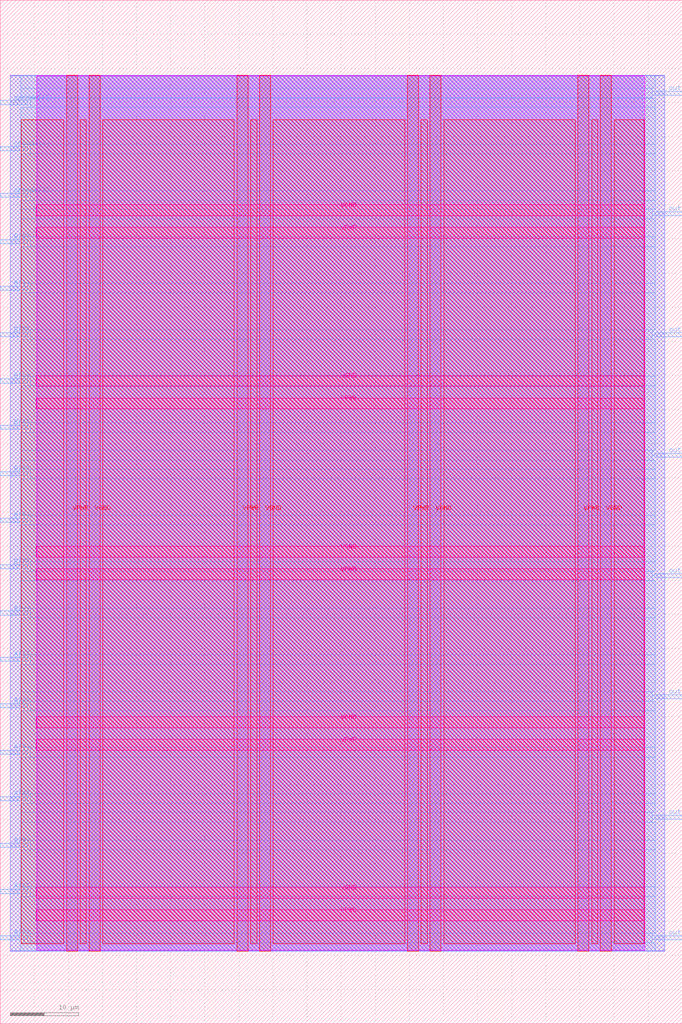
<source format=lef>
VERSION 5.7 ;
  NOWIREEXTENSIONATPIN ON ;
  DIVIDERCHAR "/" ;
  BUSBITCHARS "[]" ;
MACRO project2
  CLASS BLOCK ;
  FOREIGN project2 ;
  ORIGIN 0.000 0.000 ;
  SIZE 100.000 BY 150.000 ;
  PIN A[0]
    DIRECTION INPUT ;
    USE SIGNAL ;
    ANTENNAGATEAREA 0.213000 ;
    PORT
      LAYER met3 ;
        RECT 0.000 59.880 4.000 60.480 ;
    END
  END A[0]
  PIN A[1]
    DIRECTION INPUT ;
    USE SIGNAL ;
    ANTENNAGATEAREA 0.213000 ;
    PORT
      LAYER met3 ;
        RECT 0.000 53.080 4.000 53.680 ;
    END
  END A[1]
  PIN A[2]
    DIRECTION INPUT ;
    USE SIGNAL ;
    ANTENNAGATEAREA 0.213000 ;
    PORT
      LAYER met3 ;
        RECT 0.000 46.280 4.000 46.880 ;
    END
  END A[2]
  PIN A[3]
    DIRECTION INPUT ;
    USE SIGNAL ;
    ANTENNAGATEAREA 0.213000 ;
    PORT
      LAYER met3 ;
        RECT 0.000 39.480 4.000 40.080 ;
    END
  END A[3]
  PIN A[4]
    DIRECTION INPUT ;
    USE SIGNAL ;
    ANTENNAGATEAREA 0.247500 ;
    PORT
      LAYER met3 ;
        RECT 0.000 32.680 4.000 33.280 ;
    END
  END A[4]
  PIN A[5]
    DIRECTION INPUT ;
    USE SIGNAL ;
    ANTENNAGATEAREA 0.247500 ;
    PORT
      LAYER met3 ;
        RECT 0.000 25.880 4.000 26.480 ;
    END
  END A[5]
  PIN A[6]
    DIRECTION INPUT ;
    USE SIGNAL ;
    ANTENNAGATEAREA 0.426000 ;
    PORT
      LAYER met3 ;
        RECT 0.000 19.080 4.000 19.680 ;
    END
  END A[6]
  PIN A[7]
    DIRECTION INPUT ;
    USE SIGNAL ;
    ANTENNAGATEAREA 0.213000 ;
    PORT
      LAYER met3 ;
        RECT 0.000 12.280 4.000 12.880 ;
    END
  END A[7]
  PIN B[0]
    DIRECTION INPUT ;
    USE SIGNAL ;
    ANTENNAGATEAREA 0.742500 ;
    PORT
      LAYER met3 ;
        RECT 0.000 114.280 4.000 114.880 ;
    END
  END B[0]
  PIN B[1]
    DIRECTION INPUT ;
    USE SIGNAL ;
    ANTENNAGATEAREA 0.495000 ;
    PORT
      LAYER met3 ;
        RECT 0.000 107.480 4.000 108.080 ;
    END
  END B[1]
  PIN B[2]
    DIRECTION INPUT ;
    USE SIGNAL ;
    ANTENNAGATEAREA 0.213000 ;
    PORT
      LAYER met3 ;
        RECT 0.000 100.680 4.000 101.280 ;
    END
  END B[2]
  PIN B[3]
    DIRECTION INPUT ;
    USE SIGNAL ;
    ANTENNAGATEAREA 0.213000 ;
    PORT
      LAYER met3 ;
        RECT 0.000 93.880 4.000 94.480 ;
    END
  END B[3]
  PIN B[4]
    DIRECTION INPUT ;
    USE SIGNAL ;
    ANTENNAGATEAREA 0.213000 ;
    PORT
      LAYER met3 ;
        RECT 0.000 87.080 4.000 87.680 ;
    END
  END B[4]
  PIN B[5]
    DIRECTION INPUT ;
    USE SIGNAL ;
    ANTENNAGATEAREA 0.247500 ;
    PORT
      LAYER met3 ;
        RECT 0.000 80.280 4.000 80.880 ;
    END
  END B[5]
  PIN B[6]
    DIRECTION INPUT ;
    USE SIGNAL ;
    ANTENNAGATEAREA 0.247500 ;
    PORT
      LAYER met3 ;
        RECT 0.000 73.480 4.000 74.080 ;
    END
  END B[6]
  PIN B[7]
    DIRECTION INPUT ;
    USE SIGNAL ;
    ANTENNAGATEAREA 0.213000 ;
    PORT
      LAYER met3 ;
        RECT 0.000 66.680 4.000 67.280 ;
    END
  END B[7]
  PIN VGND
    DIRECTION INOUT ;
    USE GROUND ;
    PORT
      LAYER met4 ;
        RECT 13.020 10.640 14.620 138.960 ;
    END
    PORT
      LAYER met4 ;
        RECT 38.020 10.640 39.620 138.960 ;
    END
    PORT
      LAYER met4 ;
        RECT 63.020 10.640 64.620 138.960 ;
    END
    PORT
      LAYER met4 ;
        RECT 88.020 10.640 89.620 138.960 ;
    END
    PORT
      LAYER met5 ;
        RECT 5.280 18.380 94.540 19.980 ;
    END
    PORT
      LAYER met5 ;
        RECT 5.280 43.380 94.540 44.980 ;
    END
    PORT
      LAYER met5 ;
        RECT 5.280 68.380 94.540 69.980 ;
    END
    PORT
      LAYER met5 ;
        RECT 5.280 93.380 94.540 94.980 ;
    END
    PORT
      LAYER met5 ;
        RECT 5.280 118.380 94.540 119.980 ;
    END
  END VGND
  PIN VPWR
    DIRECTION INOUT ;
    USE POWER ;
    PORT
      LAYER met4 ;
        RECT 9.720 10.640 11.320 138.960 ;
    END
    PORT
      LAYER met4 ;
        RECT 34.720 10.640 36.320 138.960 ;
    END
    PORT
      LAYER met4 ;
        RECT 59.720 10.640 61.320 138.960 ;
    END
    PORT
      LAYER met4 ;
        RECT 84.720 10.640 86.320 138.960 ;
    END
    PORT
      LAYER met5 ;
        RECT 5.280 15.080 94.540 16.680 ;
    END
    PORT
      LAYER met5 ;
        RECT 5.280 40.080 94.540 41.680 ;
    END
    PORT
      LAYER met5 ;
        RECT 5.280 65.080 94.540 66.680 ;
    END
    PORT
      LAYER met5 ;
        RECT 5.280 90.080 94.540 91.680 ;
    END
    PORT
      LAYER met5 ;
        RECT 5.280 115.080 94.540 116.680 ;
    END
  END VPWR
  PIN opcode[0]
    DIRECTION INPUT ;
    USE SIGNAL ;
    ANTENNAGATEAREA 0.247500 ;
    PORT
      LAYER met3 ;
        RECT 0.000 134.680 4.000 135.280 ;
    END
  END opcode[0]
  PIN opcode[1]
    DIRECTION INPUT ;
    USE SIGNAL ;
    ANTENNAGATEAREA 0.213000 ;
    PORT
      LAYER met3 ;
        RECT 0.000 127.880 4.000 128.480 ;
    END
  END opcode[1]
  PIN opcode[2]
    DIRECTION INPUT ;
    USE SIGNAL ;
    ANTENNAGATEAREA 0.213000 ;
    PORT
      LAYER met3 ;
        RECT 0.000 121.080 4.000 121.680 ;
    END
  END opcode[2]
  PIN out[0]
    DIRECTION OUTPUT ;
    USE SIGNAL ;
    ANTENNADIFFAREA 0.445500 ;
    PORT
      LAYER met3 ;
        RECT 96.000 136.040 100.000 136.640 ;
    END
  END out[0]
  PIN out[1]
    DIRECTION OUTPUT ;
    USE SIGNAL ;
    ANTENNADIFFAREA 0.445500 ;
    PORT
      LAYER met3 ;
        RECT 96.000 118.360 100.000 118.960 ;
    END
  END out[1]
  PIN out[2]
    DIRECTION OUTPUT ;
    USE SIGNAL ;
    ANTENNADIFFAREA 0.445500 ;
    PORT
      LAYER met3 ;
        RECT 96.000 100.680 100.000 101.280 ;
    END
  END out[2]
  PIN out[3]
    DIRECTION OUTPUT ;
    USE SIGNAL ;
    ANTENNADIFFAREA 0.445500 ;
    PORT
      LAYER met3 ;
        RECT 96.000 83.000 100.000 83.600 ;
    END
  END out[3]
  PIN out[4]
    DIRECTION OUTPUT ;
    USE SIGNAL ;
    ANTENNADIFFAREA 0.445500 ;
    PORT
      LAYER met3 ;
        RECT 96.000 65.320 100.000 65.920 ;
    END
  END out[4]
  PIN out[5]
    DIRECTION OUTPUT ;
    USE SIGNAL ;
    ANTENNADIFFAREA 0.891000 ;
    PORT
      LAYER met3 ;
        RECT 96.000 47.640 100.000 48.240 ;
    END
  END out[5]
  PIN out[6]
    DIRECTION OUTPUT ;
    USE SIGNAL ;
    ANTENNADIFFAREA 0.891000 ;
    PORT
      LAYER met3 ;
        RECT 96.000 29.960 100.000 30.560 ;
    END
  END out[6]
  PIN out[7]
    DIRECTION OUTPUT ;
    USE SIGNAL ;
    ANTENNADIFFAREA 1.336500 ;
    PORT
      LAYER met3 ;
        RECT 96.000 12.280 100.000 12.880 ;
    END
  END out[7]
  OBS
      LAYER nwell ;
        RECT 5.330 10.795 94.490 138.910 ;
      LAYER li1 ;
        RECT 5.520 10.795 94.300 138.805 ;
      LAYER met1 ;
        RECT 1.450 10.640 97.450 138.960 ;
      LAYER met2 ;
        RECT 1.480 10.695 97.420 138.905 ;
      LAYER met3 ;
        RECT 3.030 137.040 96.075 138.885 ;
        RECT 3.030 135.680 95.600 137.040 ;
        RECT 4.400 135.640 95.600 135.680 ;
        RECT 4.400 134.280 96.075 135.640 ;
        RECT 3.030 128.880 96.075 134.280 ;
        RECT 4.400 127.480 96.075 128.880 ;
        RECT 3.030 122.080 96.075 127.480 ;
        RECT 4.400 120.680 96.075 122.080 ;
        RECT 3.030 119.360 96.075 120.680 ;
        RECT 3.030 117.960 95.600 119.360 ;
        RECT 3.030 115.280 96.075 117.960 ;
        RECT 4.400 113.880 96.075 115.280 ;
        RECT 3.030 108.480 96.075 113.880 ;
        RECT 4.400 107.080 96.075 108.480 ;
        RECT 3.030 101.680 96.075 107.080 ;
        RECT 4.400 100.280 95.600 101.680 ;
        RECT 3.030 94.880 96.075 100.280 ;
        RECT 4.400 93.480 96.075 94.880 ;
        RECT 3.030 88.080 96.075 93.480 ;
        RECT 4.400 86.680 96.075 88.080 ;
        RECT 3.030 84.000 96.075 86.680 ;
        RECT 3.030 82.600 95.600 84.000 ;
        RECT 3.030 81.280 96.075 82.600 ;
        RECT 4.400 79.880 96.075 81.280 ;
        RECT 3.030 74.480 96.075 79.880 ;
        RECT 4.400 73.080 96.075 74.480 ;
        RECT 3.030 67.680 96.075 73.080 ;
        RECT 4.400 66.320 96.075 67.680 ;
        RECT 4.400 66.280 95.600 66.320 ;
        RECT 3.030 64.920 95.600 66.280 ;
        RECT 3.030 60.880 96.075 64.920 ;
        RECT 4.400 59.480 96.075 60.880 ;
        RECT 3.030 54.080 96.075 59.480 ;
        RECT 4.400 52.680 96.075 54.080 ;
        RECT 3.030 48.640 96.075 52.680 ;
        RECT 3.030 47.280 95.600 48.640 ;
        RECT 4.400 47.240 95.600 47.280 ;
        RECT 4.400 45.880 96.075 47.240 ;
        RECT 3.030 40.480 96.075 45.880 ;
        RECT 4.400 39.080 96.075 40.480 ;
        RECT 3.030 33.680 96.075 39.080 ;
        RECT 4.400 32.280 96.075 33.680 ;
        RECT 3.030 30.960 96.075 32.280 ;
        RECT 3.030 29.560 95.600 30.960 ;
        RECT 3.030 26.880 96.075 29.560 ;
        RECT 4.400 25.480 96.075 26.880 ;
        RECT 3.030 20.080 96.075 25.480 ;
        RECT 4.400 18.680 96.075 20.080 ;
        RECT 3.030 13.280 96.075 18.680 ;
        RECT 4.400 11.880 95.600 13.280 ;
        RECT 3.030 10.715 96.075 11.880 ;
      LAYER met4 ;
        RECT 3.055 11.735 9.320 132.425 ;
        RECT 11.720 11.735 12.620 132.425 ;
        RECT 15.020 11.735 34.320 132.425 ;
        RECT 36.720 11.735 37.620 132.425 ;
        RECT 40.020 11.735 59.320 132.425 ;
        RECT 61.720 11.735 62.620 132.425 ;
        RECT 65.020 11.735 84.320 132.425 ;
        RECT 86.720 11.735 87.620 132.425 ;
        RECT 90.020 11.735 94.465 132.425 ;
  END
END project2
END LIBRARY


</source>
